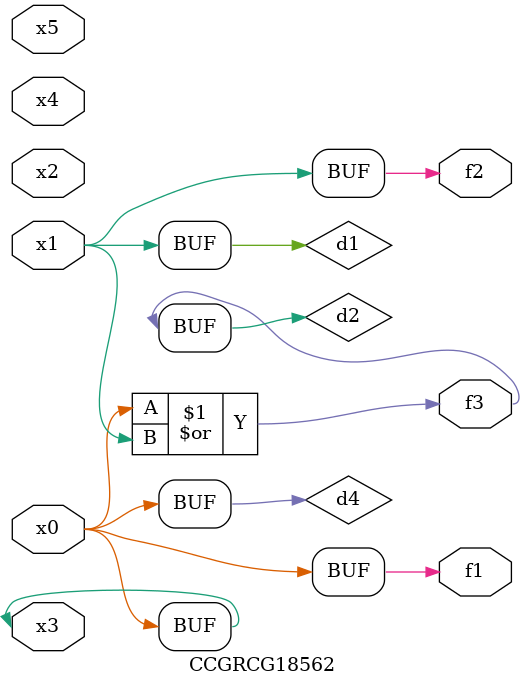
<source format=v>
module CCGRCG18562(
	input x0, x1, x2, x3, x4, x5,
	output f1, f2, f3
);

	wire d1, d2, d3, d4;

	and (d1, x1);
	or (d2, x0, x1);
	nand (d3, x0, x5);
	buf (d4, x0, x3);
	assign f1 = d4;
	assign f2 = d1;
	assign f3 = d2;
endmodule

</source>
